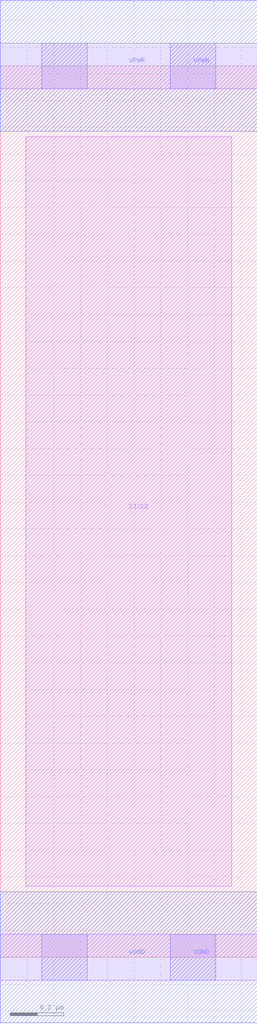
<source format=lef>
# Copyright 2020 The SkyWater PDK Authors
#
# Licensed under the Apache License, Version 2.0 (the "License");
# you may not use this file except in compliance with the License.
# You may obtain a copy of the License at
#
#     https://www.apache.org/licenses/LICENSE-2.0
#
# Unless required by applicable law or agreed to in writing, software
# distributed under the License is distributed on an "AS IS" BASIS,
# WITHOUT WARRANTIES OR CONDITIONS OF ANY KIND, either express or implied.
# See the License for the specific language governing permissions and
# limitations under the License.
#
# SPDX-License-Identifier: Apache-2.0

VERSION 5.7 ;
  NAMESCASESENSITIVE ON ;
  NOWIREEXTENSIONATPIN ON ;
  DIVIDERCHAR "/" ;
  BUSBITCHARS "[]" ;
UNITS
  DATABASE MICRONS 200 ;
END UNITS
MACRO sky130_fd_sc_hs__diode_2
  CLASS CORE ANTENNACELL ;
  SOURCE USER ;
  FOREIGN sky130_fd_sc_hs__diode_2 ;
  ORIGIN  0.000000  0.000000 ;
  SIZE  0.960000 BY  3.330000 ;
  SYMMETRY X Y ;
  SITE unit ;
  PIN DIODE
    ANTENNADIFFAREA  0.641700 ;
    DIRECTION INPUT ;
    PORT
      LAYER li1 ;
        RECT 0.095000 0.265000 0.865000 3.065000 ;
    END
  END DIODE
  PIN VGND
    DIRECTION INOUT ;
    USE GROUND ;
    PORT
      LAYER li1 ;
        RECT 0.000000 -0.085000 0.960000 0.085000 ;
      LAYER mcon ;
        RECT 0.155000 -0.085000 0.325000 0.085000 ;
        RECT 0.635000 -0.085000 0.805000 0.085000 ;
      LAYER met1 ;
        RECT 0.000000 -0.245000 0.960000 0.245000 ;
    END
  END VGND
  PIN VPWR
    DIRECTION INOUT ;
    USE POWER ;
    PORT
      LAYER li1 ;
        RECT 0.000000 3.245000 0.960000 3.415000 ;
      LAYER mcon ;
        RECT 0.155000 3.245000 0.325000 3.415000 ;
        RECT 0.635000 3.245000 0.805000 3.415000 ;
      LAYER met1 ;
        RECT 0.000000 3.085000 0.960000 3.575000 ;
    END
  END VPWR
END sky130_fd_sc_hs__diode_2

</source>
